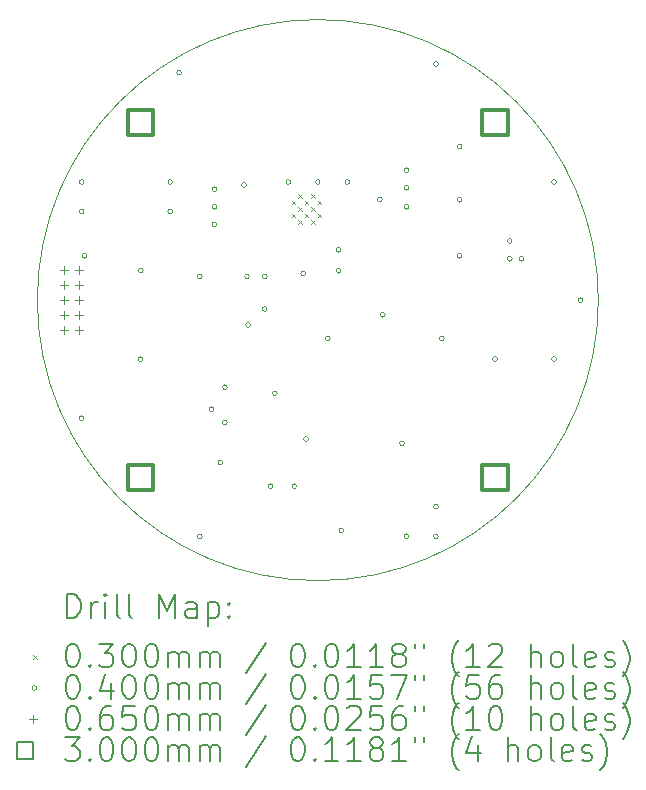
<source format=gbr>
%TF.GenerationSoftware,KiCad,Pcbnew,6.0.11-2627ca5db0~126~ubuntu22.04.1*%
%TF.CreationDate,2023-12-08T19:13:38-08:00*%
%TF.ProjectId,compact-probe,636f6d70-6163-4742-9d70-726f62652e6b,rev?*%
%TF.SameCoordinates,Original*%
%TF.FileFunction,Drillmap*%
%TF.FilePolarity,Positive*%
%FSLAX45Y45*%
G04 Gerber Fmt 4.5, Leading zero omitted, Abs format (unit mm)*
G04 Created by KiCad (PCBNEW 6.0.11-2627ca5db0~126~ubuntu22.04.1) date 2023-12-08 19:13:38*
%MOMM*%
%LPD*%
G01*
G04 APERTURE LIST*
%ADD10C,0.100000*%
%ADD11C,0.200000*%
%ADD12C,0.030000*%
%ADD13C,0.040000*%
%ADD14C,0.065000*%
%ADD15C,0.300000*%
G04 APERTURE END LIST*
D10*
X2375000Y0D02*
G75*
G03*
X2375000Y0I-2375000J0D01*
G01*
D11*
D12*
X-221000Y840000D02*
X-191000Y810000D01*
X-191000Y840000D02*
X-221000Y810000D01*
X-221000Y730000D02*
X-191000Y700000D01*
X-191000Y730000D02*
X-221000Y700000D01*
X-166000Y895000D02*
X-136000Y865000D01*
X-136000Y895000D02*
X-166000Y865000D01*
X-166000Y785000D02*
X-136000Y755000D01*
X-136000Y785000D02*
X-166000Y755000D01*
X-166000Y675000D02*
X-136000Y645000D01*
X-136000Y675000D02*
X-166000Y645000D01*
X-111000Y840000D02*
X-81000Y810000D01*
X-81000Y840000D02*
X-111000Y810000D01*
X-111000Y730000D02*
X-81000Y700000D01*
X-81000Y730000D02*
X-111000Y700000D01*
X-56000Y895000D02*
X-26000Y865000D01*
X-26000Y895000D02*
X-56000Y865000D01*
X-56000Y785000D02*
X-26000Y755000D01*
X-26000Y785000D02*
X-56000Y755000D01*
X-56000Y675000D02*
X-26000Y645000D01*
X-26000Y675000D02*
X-56000Y645000D01*
X-1000Y840000D02*
X29000Y810000D01*
X29000Y840000D02*
X-1000Y810000D01*
X-1000Y730000D02*
X29000Y700000D01*
X29000Y730000D02*
X-1000Y700000D01*
D13*
X-1980000Y1000000D02*
G75*
G03*
X-1980000Y1000000I-20000J0D01*
G01*
X-1980000Y750000D02*
G75*
G03*
X-1980000Y750000I-20000J0D01*
G01*
X-1980000Y-1000000D02*
G75*
G03*
X-1980000Y-1000000I-20000J0D01*
G01*
X-1955000Y375000D02*
G75*
G03*
X-1955000Y375000I-20000J0D01*
G01*
X-1480000Y250000D02*
G75*
G03*
X-1480000Y250000I-20000J0D01*
G01*
X-1480000Y-500000D02*
G75*
G03*
X-1480000Y-500000I-20000J0D01*
G01*
X-1230000Y1000000D02*
G75*
G03*
X-1230000Y1000000I-20000J0D01*
G01*
X-1230000Y750000D02*
G75*
G03*
X-1230000Y750000I-20000J0D01*
G01*
X-1155000Y1925000D02*
G75*
G03*
X-1155000Y1925000I-20000J0D01*
G01*
X-980000Y200000D02*
G75*
G03*
X-980000Y200000I-20000J0D01*
G01*
X-980000Y-2000000D02*
G75*
G03*
X-980000Y-2000000I-20000J0D01*
G01*
X-880000Y-925000D02*
G75*
G03*
X-880000Y-925000I-20000J0D01*
G01*
X-855000Y940000D02*
G75*
G03*
X-855000Y940000I-20000J0D01*
G01*
X-855000Y790000D02*
G75*
G03*
X-855000Y790000I-20000J0D01*
G01*
X-855000Y640000D02*
G75*
G03*
X-855000Y640000I-20000J0D01*
G01*
X-805000Y-1375000D02*
G75*
G03*
X-805000Y-1375000I-20000J0D01*
G01*
X-767500Y-737500D02*
G75*
G03*
X-767500Y-737500I-20000J0D01*
G01*
X-767500Y-1037500D02*
G75*
G03*
X-767500Y-1037500I-20000J0D01*
G01*
X-605000Y975000D02*
G75*
G03*
X-605000Y975000I-20000J0D01*
G01*
X-580000Y200000D02*
G75*
G03*
X-580000Y200000I-20000J0D01*
G01*
X-569806Y-210194D02*
G75*
G03*
X-569806Y-210194I-20000J0D01*
G01*
X-430000Y200000D02*
G75*
G03*
X-430000Y200000I-20000J0D01*
G01*
X-430000Y-75000D02*
G75*
G03*
X-430000Y-75000I-20000J0D01*
G01*
X-380000Y-1575000D02*
G75*
G03*
X-380000Y-1575000I-20000J0D01*
G01*
X-343500Y-788500D02*
G75*
G03*
X-343500Y-788500I-20000J0D01*
G01*
X-230000Y1000000D02*
G75*
G03*
X-230000Y1000000I-20000J0D01*
G01*
X-180000Y-1575000D02*
G75*
G03*
X-180000Y-1575000I-20000J0D01*
G01*
X-105000Y225000D02*
G75*
G03*
X-105000Y225000I-20000J0D01*
G01*
X-80000Y-1175000D02*
G75*
G03*
X-80000Y-1175000I-20000J0D01*
G01*
X20000Y1000000D02*
G75*
G03*
X20000Y1000000I-20000J0D01*
G01*
X105000Y-325000D02*
G75*
G03*
X105000Y-325000I-20000J0D01*
G01*
X195000Y425000D02*
G75*
G03*
X195000Y425000I-20000J0D01*
G01*
X196230Y248770D02*
G75*
G03*
X196230Y248770I-20000J0D01*
G01*
X220000Y-1950000D02*
G75*
G03*
X220000Y-1950000I-20000J0D01*
G01*
X270000Y1000000D02*
G75*
G03*
X270000Y1000000I-20000J0D01*
G01*
X545000Y850000D02*
G75*
G03*
X545000Y850000I-20000J0D01*
G01*
X570000Y-125000D02*
G75*
G03*
X570000Y-125000I-20000J0D01*
G01*
X732500Y-1212500D02*
G75*
G03*
X732500Y-1212500I-20000J0D01*
G01*
X770000Y1100000D02*
G75*
G03*
X770000Y1100000I-20000J0D01*
G01*
X770000Y950000D02*
G75*
G03*
X770000Y950000I-20000J0D01*
G01*
X770000Y790000D02*
G75*
G03*
X770000Y790000I-20000J0D01*
G01*
X770000Y-2000000D02*
G75*
G03*
X770000Y-2000000I-20000J0D01*
G01*
X1020000Y2000000D02*
G75*
G03*
X1020000Y2000000I-20000J0D01*
G01*
X1020000Y-1750000D02*
G75*
G03*
X1020000Y-1750000I-20000J0D01*
G01*
X1020000Y-2000000D02*
G75*
G03*
X1020000Y-2000000I-20000J0D01*
G01*
X1070000Y-325000D02*
G75*
G03*
X1070000Y-325000I-20000J0D01*
G01*
X1220000Y1300000D02*
G75*
G03*
X1220000Y1300000I-20000J0D01*
G01*
X1220000Y850000D02*
G75*
G03*
X1220000Y850000I-20000J0D01*
G01*
X1220000Y375000D02*
G75*
G03*
X1220000Y375000I-20000J0D01*
G01*
X1520000Y-500000D02*
G75*
G03*
X1520000Y-500000I-20000J0D01*
G01*
X1645000Y500000D02*
G75*
G03*
X1645000Y500000I-20000J0D01*
G01*
X1645000Y350000D02*
G75*
G03*
X1645000Y350000I-20000J0D01*
G01*
X1745000Y350000D02*
G75*
G03*
X1745000Y350000I-20000J0D01*
G01*
X2020000Y1000000D02*
G75*
G03*
X2020000Y1000000I-20000J0D01*
G01*
X2020000Y-500000D02*
G75*
G03*
X2020000Y-500000I-20000J0D01*
G01*
X2245000Y0D02*
G75*
G03*
X2245000Y0I-20000J0D01*
G01*
D14*
X-2150000Y287500D02*
X-2150000Y222500D01*
X-2182500Y255000D02*
X-2117500Y255000D01*
X-2150000Y160500D02*
X-2150000Y95500D01*
X-2182500Y128000D02*
X-2117500Y128000D01*
X-2150000Y33500D02*
X-2150000Y-31500D01*
X-2182500Y1000D02*
X-2117500Y1000D01*
X-2150000Y-93500D02*
X-2150000Y-158500D01*
X-2182500Y-126000D02*
X-2117500Y-126000D01*
X-2150000Y-220500D02*
X-2150000Y-285500D01*
X-2182500Y-253000D02*
X-2117500Y-253000D01*
X-2023000Y287500D02*
X-2023000Y222500D01*
X-2055500Y255000D02*
X-1990500Y255000D01*
X-2023000Y160500D02*
X-2023000Y95500D01*
X-2055500Y128000D02*
X-1990500Y128000D01*
X-2023000Y33500D02*
X-2023000Y-31500D01*
X-2055500Y1000D02*
X-1990500Y1000D01*
X-2023000Y-93500D02*
X-2023000Y-158500D01*
X-2055500Y-126000D02*
X-1990500Y-126000D01*
X-2023000Y-220500D02*
X-2023000Y-285500D01*
X-2055500Y-253000D02*
X-1990500Y-253000D01*
D15*
X-1393933Y1393933D02*
X-1393933Y1606067D01*
X-1606067Y1606067D01*
X-1606067Y1393933D01*
X-1393933Y1393933D01*
X-1393933Y-1606067D02*
X-1393933Y-1393933D01*
X-1606067Y-1393933D01*
X-1606067Y-1606067D01*
X-1393933Y-1606067D01*
X1606067Y1393933D02*
X1606067Y1606067D01*
X1393933Y1606067D01*
X1393933Y1393933D01*
X1606067Y1393933D01*
X1606067Y-1606067D02*
X1606067Y-1393933D01*
X1393933Y-1393933D01*
X1393933Y-1606067D01*
X1606067Y-1606067D01*
D11*
X-2122381Y-2690476D02*
X-2122381Y-2490476D01*
X-2074762Y-2490476D01*
X-2046190Y-2500000D01*
X-2027143Y-2519048D01*
X-2017619Y-2538095D01*
X-2008095Y-2576190D01*
X-2008095Y-2604762D01*
X-2017619Y-2642857D01*
X-2027143Y-2661905D01*
X-2046190Y-2680952D01*
X-2074762Y-2690476D01*
X-2122381Y-2690476D01*
X-1922381Y-2690476D02*
X-1922381Y-2557143D01*
X-1922381Y-2595238D02*
X-1912857Y-2576190D01*
X-1903333Y-2566667D01*
X-1884286Y-2557143D01*
X-1865238Y-2557143D01*
X-1798571Y-2690476D02*
X-1798571Y-2557143D01*
X-1798571Y-2490476D02*
X-1808095Y-2500000D01*
X-1798571Y-2509524D01*
X-1789048Y-2500000D01*
X-1798571Y-2490476D01*
X-1798571Y-2509524D01*
X-1674762Y-2690476D02*
X-1693809Y-2680952D01*
X-1703333Y-2661905D01*
X-1703333Y-2490476D01*
X-1570000Y-2690476D02*
X-1589048Y-2680952D01*
X-1598571Y-2661905D01*
X-1598571Y-2490476D01*
X-1341429Y-2690476D02*
X-1341429Y-2490476D01*
X-1274762Y-2633333D01*
X-1208095Y-2490476D01*
X-1208095Y-2690476D01*
X-1027143Y-2690476D02*
X-1027143Y-2585714D01*
X-1036667Y-2566667D01*
X-1055714Y-2557143D01*
X-1093810Y-2557143D01*
X-1112857Y-2566667D01*
X-1027143Y-2680952D02*
X-1046190Y-2690476D01*
X-1093810Y-2690476D01*
X-1112857Y-2680952D01*
X-1122381Y-2661905D01*
X-1122381Y-2642857D01*
X-1112857Y-2623810D01*
X-1093810Y-2614286D01*
X-1046190Y-2614286D01*
X-1027143Y-2604762D01*
X-931905Y-2557143D02*
X-931905Y-2757143D01*
X-931905Y-2566667D02*
X-912857Y-2557143D01*
X-874762Y-2557143D01*
X-855714Y-2566667D01*
X-846190Y-2576190D01*
X-836667Y-2595238D01*
X-836667Y-2652381D01*
X-846190Y-2671429D01*
X-855714Y-2680952D01*
X-874762Y-2690476D01*
X-912857Y-2690476D01*
X-931905Y-2680952D01*
X-750952Y-2671429D02*
X-741428Y-2680952D01*
X-750952Y-2690476D01*
X-760476Y-2680952D01*
X-750952Y-2671429D01*
X-750952Y-2690476D01*
X-750952Y-2566667D02*
X-741428Y-2576190D01*
X-750952Y-2585714D01*
X-760476Y-2576190D01*
X-750952Y-2566667D01*
X-750952Y-2585714D01*
D12*
X-2410000Y-3005000D02*
X-2380000Y-3035000D01*
X-2380000Y-3005000D02*
X-2410000Y-3035000D01*
D11*
X-2084286Y-2910476D02*
X-2065238Y-2910476D01*
X-2046190Y-2920000D01*
X-2036667Y-2929524D01*
X-2027143Y-2948571D01*
X-2017619Y-2986667D01*
X-2017619Y-3034286D01*
X-2027143Y-3072381D01*
X-2036667Y-3091428D01*
X-2046190Y-3100952D01*
X-2065238Y-3110476D01*
X-2084286Y-3110476D01*
X-2103333Y-3100952D01*
X-2112857Y-3091428D01*
X-2122381Y-3072381D01*
X-2131905Y-3034286D01*
X-2131905Y-2986667D01*
X-2122381Y-2948571D01*
X-2112857Y-2929524D01*
X-2103333Y-2920000D01*
X-2084286Y-2910476D01*
X-1931905Y-3091428D02*
X-1922381Y-3100952D01*
X-1931905Y-3110476D01*
X-1941428Y-3100952D01*
X-1931905Y-3091428D01*
X-1931905Y-3110476D01*
X-1855714Y-2910476D02*
X-1731905Y-2910476D01*
X-1798571Y-2986667D01*
X-1770000Y-2986667D01*
X-1750952Y-2996190D01*
X-1741428Y-3005714D01*
X-1731905Y-3024762D01*
X-1731905Y-3072381D01*
X-1741428Y-3091428D01*
X-1750952Y-3100952D01*
X-1770000Y-3110476D01*
X-1827143Y-3110476D01*
X-1846190Y-3100952D01*
X-1855714Y-3091428D01*
X-1608095Y-2910476D02*
X-1589048Y-2910476D01*
X-1570000Y-2920000D01*
X-1560476Y-2929524D01*
X-1550952Y-2948571D01*
X-1541428Y-2986667D01*
X-1541428Y-3034286D01*
X-1550952Y-3072381D01*
X-1560476Y-3091428D01*
X-1570000Y-3100952D01*
X-1589048Y-3110476D01*
X-1608095Y-3110476D01*
X-1627143Y-3100952D01*
X-1636667Y-3091428D01*
X-1646190Y-3072381D01*
X-1655714Y-3034286D01*
X-1655714Y-2986667D01*
X-1646190Y-2948571D01*
X-1636667Y-2929524D01*
X-1627143Y-2920000D01*
X-1608095Y-2910476D01*
X-1417619Y-2910476D02*
X-1398571Y-2910476D01*
X-1379524Y-2920000D01*
X-1370000Y-2929524D01*
X-1360476Y-2948571D01*
X-1350952Y-2986667D01*
X-1350952Y-3034286D01*
X-1360476Y-3072381D01*
X-1370000Y-3091428D01*
X-1379524Y-3100952D01*
X-1398571Y-3110476D01*
X-1417619Y-3110476D01*
X-1436667Y-3100952D01*
X-1446190Y-3091428D01*
X-1455714Y-3072381D01*
X-1465238Y-3034286D01*
X-1465238Y-2986667D01*
X-1455714Y-2948571D01*
X-1446190Y-2929524D01*
X-1436667Y-2920000D01*
X-1417619Y-2910476D01*
X-1265238Y-3110476D02*
X-1265238Y-2977143D01*
X-1265238Y-2996190D02*
X-1255714Y-2986667D01*
X-1236667Y-2977143D01*
X-1208095Y-2977143D01*
X-1189048Y-2986667D01*
X-1179524Y-3005714D01*
X-1179524Y-3110476D01*
X-1179524Y-3005714D02*
X-1170000Y-2986667D01*
X-1150952Y-2977143D01*
X-1122381Y-2977143D01*
X-1103333Y-2986667D01*
X-1093810Y-3005714D01*
X-1093810Y-3110476D01*
X-998571Y-3110476D02*
X-998571Y-2977143D01*
X-998571Y-2996190D02*
X-989048Y-2986667D01*
X-970000Y-2977143D01*
X-941428Y-2977143D01*
X-922381Y-2986667D01*
X-912857Y-3005714D01*
X-912857Y-3110476D01*
X-912857Y-3005714D02*
X-903333Y-2986667D01*
X-884286Y-2977143D01*
X-855714Y-2977143D01*
X-836667Y-2986667D01*
X-827143Y-3005714D01*
X-827143Y-3110476D01*
X-436667Y-2900952D02*
X-608095Y-3158095D01*
X-179524Y-2910476D02*
X-160476Y-2910476D01*
X-141429Y-2920000D01*
X-131905Y-2929524D01*
X-122381Y-2948571D01*
X-112857Y-2986667D01*
X-112857Y-3034286D01*
X-122381Y-3072381D01*
X-131905Y-3091428D01*
X-141429Y-3100952D01*
X-160476Y-3110476D01*
X-179524Y-3110476D01*
X-198571Y-3100952D01*
X-208095Y-3091428D01*
X-217619Y-3072381D01*
X-227143Y-3034286D01*
X-227143Y-2986667D01*
X-217619Y-2948571D01*
X-208095Y-2929524D01*
X-198571Y-2920000D01*
X-179524Y-2910476D01*
X-27143Y-3091428D02*
X-17619Y-3100952D01*
X-27143Y-3110476D01*
X-36667Y-3100952D01*
X-27143Y-3091428D01*
X-27143Y-3110476D01*
X106190Y-2910476D02*
X125238Y-2910476D01*
X144286Y-2920000D01*
X153810Y-2929524D01*
X163333Y-2948571D01*
X172857Y-2986667D01*
X172857Y-3034286D01*
X163333Y-3072381D01*
X153810Y-3091428D01*
X144286Y-3100952D01*
X125238Y-3110476D01*
X106190Y-3110476D01*
X87143Y-3100952D01*
X77619Y-3091428D01*
X68095Y-3072381D01*
X58571Y-3034286D01*
X58571Y-2986667D01*
X68095Y-2948571D01*
X77619Y-2929524D01*
X87143Y-2920000D01*
X106190Y-2910476D01*
X363333Y-3110476D02*
X249048Y-3110476D01*
X306190Y-3110476D02*
X306190Y-2910476D01*
X287143Y-2939048D01*
X268095Y-2958095D01*
X249048Y-2967619D01*
X553810Y-3110476D02*
X439524Y-3110476D01*
X496667Y-3110476D02*
X496667Y-2910476D01*
X477619Y-2939048D01*
X458571Y-2958095D01*
X439524Y-2967619D01*
X668095Y-2996190D02*
X649048Y-2986667D01*
X639524Y-2977143D01*
X630000Y-2958095D01*
X630000Y-2948571D01*
X639524Y-2929524D01*
X649048Y-2920000D01*
X668095Y-2910476D01*
X706190Y-2910476D01*
X725238Y-2920000D01*
X734762Y-2929524D01*
X744286Y-2948571D01*
X744286Y-2958095D01*
X734762Y-2977143D01*
X725238Y-2986667D01*
X706190Y-2996190D01*
X668095Y-2996190D01*
X649048Y-3005714D01*
X639524Y-3015238D01*
X630000Y-3034286D01*
X630000Y-3072381D01*
X639524Y-3091428D01*
X649048Y-3100952D01*
X668095Y-3110476D01*
X706190Y-3110476D01*
X725238Y-3100952D01*
X734762Y-3091428D01*
X744286Y-3072381D01*
X744286Y-3034286D01*
X734762Y-3015238D01*
X725238Y-3005714D01*
X706190Y-2996190D01*
X820476Y-2910476D02*
X820476Y-2948571D01*
X896667Y-2910476D02*
X896667Y-2948571D01*
X1191905Y-3186667D02*
X1182381Y-3177143D01*
X1163333Y-3148571D01*
X1153810Y-3129524D01*
X1144286Y-3100952D01*
X1134762Y-3053333D01*
X1134762Y-3015238D01*
X1144286Y-2967619D01*
X1153810Y-2939048D01*
X1163333Y-2920000D01*
X1182381Y-2891428D01*
X1191905Y-2881905D01*
X1372857Y-3110476D02*
X1258571Y-3110476D01*
X1315714Y-3110476D02*
X1315714Y-2910476D01*
X1296667Y-2939048D01*
X1277619Y-2958095D01*
X1258571Y-2967619D01*
X1449048Y-2929524D02*
X1458571Y-2920000D01*
X1477619Y-2910476D01*
X1525238Y-2910476D01*
X1544286Y-2920000D01*
X1553809Y-2929524D01*
X1563333Y-2948571D01*
X1563333Y-2967619D01*
X1553809Y-2996190D01*
X1439524Y-3110476D01*
X1563333Y-3110476D01*
X1801428Y-3110476D02*
X1801428Y-2910476D01*
X1887143Y-3110476D02*
X1887143Y-3005714D01*
X1877619Y-2986667D01*
X1858571Y-2977143D01*
X1830000Y-2977143D01*
X1810952Y-2986667D01*
X1801428Y-2996190D01*
X2010952Y-3110476D02*
X1991905Y-3100952D01*
X1982381Y-3091428D01*
X1972857Y-3072381D01*
X1972857Y-3015238D01*
X1982381Y-2996190D01*
X1991905Y-2986667D01*
X2010952Y-2977143D01*
X2039524Y-2977143D01*
X2058571Y-2986667D01*
X2068095Y-2996190D01*
X2077619Y-3015238D01*
X2077619Y-3072381D01*
X2068095Y-3091428D01*
X2058571Y-3100952D01*
X2039524Y-3110476D01*
X2010952Y-3110476D01*
X2191905Y-3110476D02*
X2172857Y-3100952D01*
X2163333Y-3081905D01*
X2163333Y-2910476D01*
X2344286Y-3100952D02*
X2325238Y-3110476D01*
X2287143Y-3110476D01*
X2268095Y-3100952D01*
X2258571Y-3081905D01*
X2258571Y-3005714D01*
X2268095Y-2986667D01*
X2287143Y-2977143D01*
X2325238Y-2977143D01*
X2344286Y-2986667D01*
X2353810Y-3005714D01*
X2353810Y-3024762D01*
X2258571Y-3043809D01*
X2430000Y-3100952D02*
X2449048Y-3110476D01*
X2487143Y-3110476D01*
X2506190Y-3100952D01*
X2515714Y-3081905D01*
X2515714Y-3072381D01*
X2506190Y-3053333D01*
X2487143Y-3043809D01*
X2458571Y-3043809D01*
X2439524Y-3034286D01*
X2430000Y-3015238D01*
X2430000Y-3005714D01*
X2439524Y-2986667D01*
X2458571Y-2977143D01*
X2487143Y-2977143D01*
X2506190Y-2986667D01*
X2582381Y-3186667D02*
X2591905Y-3177143D01*
X2610952Y-3148571D01*
X2620476Y-3129524D01*
X2630000Y-3100952D01*
X2639524Y-3053333D01*
X2639524Y-3015238D01*
X2630000Y-2967619D01*
X2620476Y-2939048D01*
X2610952Y-2920000D01*
X2591905Y-2891428D01*
X2582381Y-2881905D01*
D13*
X-2380000Y-3284000D02*
G75*
G03*
X-2380000Y-3284000I-20000J0D01*
G01*
D11*
X-2084286Y-3174476D02*
X-2065238Y-3174476D01*
X-2046190Y-3184000D01*
X-2036667Y-3193524D01*
X-2027143Y-3212571D01*
X-2017619Y-3250667D01*
X-2017619Y-3298286D01*
X-2027143Y-3336381D01*
X-2036667Y-3355428D01*
X-2046190Y-3364952D01*
X-2065238Y-3374476D01*
X-2084286Y-3374476D01*
X-2103333Y-3364952D01*
X-2112857Y-3355428D01*
X-2122381Y-3336381D01*
X-2131905Y-3298286D01*
X-2131905Y-3250667D01*
X-2122381Y-3212571D01*
X-2112857Y-3193524D01*
X-2103333Y-3184000D01*
X-2084286Y-3174476D01*
X-1931905Y-3355428D02*
X-1922381Y-3364952D01*
X-1931905Y-3374476D01*
X-1941428Y-3364952D01*
X-1931905Y-3355428D01*
X-1931905Y-3374476D01*
X-1750952Y-3241143D02*
X-1750952Y-3374476D01*
X-1798571Y-3164952D02*
X-1846190Y-3307809D01*
X-1722381Y-3307809D01*
X-1608095Y-3174476D02*
X-1589048Y-3174476D01*
X-1570000Y-3184000D01*
X-1560476Y-3193524D01*
X-1550952Y-3212571D01*
X-1541428Y-3250667D01*
X-1541428Y-3298286D01*
X-1550952Y-3336381D01*
X-1560476Y-3355428D01*
X-1570000Y-3364952D01*
X-1589048Y-3374476D01*
X-1608095Y-3374476D01*
X-1627143Y-3364952D01*
X-1636667Y-3355428D01*
X-1646190Y-3336381D01*
X-1655714Y-3298286D01*
X-1655714Y-3250667D01*
X-1646190Y-3212571D01*
X-1636667Y-3193524D01*
X-1627143Y-3184000D01*
X-1608095Y-3174476D01*
X-1417619Y-3174476D02*
X-1398571Y-3174476D01*
X-1379524Y-3184000D01*
X-1370000Y-3193524D01*
X-1360476Y-3212571D01*
X-1350952Y-3250667D01*
X-1350952Y-3298286D01*
X-1360476Y-3336381D01*
X-1370000Y-3355428D01*
X-1379524Y-3364952D01*
X-1398571Y-3374476D01*
X-1417619Y-3374476D01*
X-1436667Y-3364952D01*
X-1446190Y-3355428D01*
X-1455714Y-3336381D01*
X-1465238Y-3298286D01*
X-1465238Y-3250667D01*
X-1455714Y-3212571D01*
X-1446190Y-3193524D01*
X-1436667Y-3184000D01*
X-1417619Y-3174476D01*
X-1265238Y-3374476D02*
X-1265238Y-3241143D01*
X-1265238Y-3260190D02*
X-1255714Y-3250667D01*
X-1236667Y-3241143D01*
X-1208095Y-3241143D01*
X-1189048Y-3250667D01*
X-1179524Y-3269714D01*
X-1179524Y-3374476D01*
X-1179524Y-3269714D02*
X-1170000Y-3250667D01*
X-1150952Y-3241143D01*
X-1122381Y-3241143D01*
X-1103333Y-3250667D01*
X-1093810Y-3269714D01*
X-1093810Y-3374476D01*
X-998571Y-3374476D02*
X-998571Y-3241143D01*
X-998571Y-3260190D02*
X-989048Y-3250667D01*
X-970000Y-3241143D01*
X-941428Y-3241143D01*
X-922381Y-3250667D01*
X-912857Y-3269714D01*
X-912857Y-3374476D01*
X-912857Y-3269714D02*
X-903333Y-3250667D01*
X-884286Y-3241143D01*
X-855714Y-3241143D01*
X-836667Y-3250667D01*
X-827143Y-3269714D01*
X-827143Y-3374476D01*
X-436667Y-3164952D02*
X-608095Y-3422095D01*
X-179524Y-3174476D02*
X-160476Y-3174476D01*
X-141429Y-3184000D01*
X-131905Y-3193524D01*
X-122381Y-3212571D01*
X-112857Y-3250667D01*
X-112857Y-3298286D01*
X-122381Y-3336381D01*
X-131905Y-3355428D01*
X-141429Y-3364952D01*
X-160476Y-3374476D01*
X-179524Y-3374476D01*
X-198571Y-3364952D01*
X-208095Y-3355428D01*
X-217619Y-3336381D01*
X-227143Y-3298286D01*
X-227143Y-3250667D01*
X-217619Y-3212571D01*
X-208095Y-3193524D01*
X-198571Y-3184000D01*
X-179524Y-3174476D01*
X-27143Y-3355428D02*
X-17619Y-3364952D01*
X-27143Y-3374476D01*
X-36667Y-3364952D01*
X-27143Y-3355428D01*
X-27143Y-3374476D01*
X106190Y-3174476D02*
X125238Y-3174476D01*
X144286Y-3184000D01*
X153810Y-3193524D01*
X163333Y-3212571D01*
X172857Y-3250667D01*
X172857Y-3298286D01*
X163333Y-3336381D01*
X153810Y-3355428D01*
X144286Y-3364952D01*
X125238Y-3374476D01*
X106190Y-3374476D01*
X87143Y-3364952D01*
X77619Y-3355428D01*
X68095Y-3336381D01*
X58571Y-3298286D01*
X58571Y-3250667D01*
X68095Y-3212571D01*
X77619Y-3193524D01*
X87143Y-3184000D01*
X106190Y-3174476D01*
X363333Y-3374476D02*
X249048Y-3374476D01*
X306190Y-3374476D02*
X306190Y-3174476D01*
X287143Y-3203048D01*
X268095Y-3222095D01*
X249048Y-3231619D01*
X544286Y-3174476D02*
X449048Y-3174476D01*
X439524Y-3269714D01*
X449048Y-3260190D01*
X468095Y-3250667D01*
X515714Y-3250667D01*
X534762Y-3260190D01*
X544286Y-3269714D01*
X553810Y-3288762D01*
X553810Y-3336381D01*
X544286Y-3355428D01*
X534762Y-3364952D01*
X515714Y-3374476D01*
X468095Y-3374476D01*
X449048Y-3364952D01*
X439524Y-3355428D01*
X620476Y-3174476D02*
X753809Y-3174476D01*
X668095Y-3374476D01*
X820476Y-3174476D02*
X820476Y-3212571D01*
X896667Y-3174476D02*
X896667Y-3212571D01*
X1191905Y-3450667D02*
X1182381Y-3441143D01*
X1163333Y-3412571D01*
X1153810Y-3393524D01*
X1144286Y-3364952D01*
X1134762Y-3317333D01*
X1134762Y-3279238D01*
X1144286Y-3231619D01*
X1153810Y-3203048D01*
X1163333Y-3184000D01*
X1182381Y-3155428D01*
X1191905Y-3145905D01*
X1363333Y-3174476D02*
X1268095Y-3174476D01*
X1258571Y-3269714D01*
X1268095Y-3260190D01*
X1287143Y-3250667D01*
X1334762Y-3250667D01*
X1353810Y-3260190D01*
X1363333Y-3269714D01*
X1372857Y-3288762D01*
X1372857Y-3336381D01*
X1363333Y-3355428D01*
X1353810Y-3364952D01*
X1334762Y-3374476D01*
X1287143Y-3374476D01*
X1268095Y-3364952D01*
X1258571Y-3355428D01*
X1544286Y-3174476D02*
X1506190Y-3174476D01*
X1487143Y-3184000D01*
X1477619Y-3193524D01*
X1458571Y-3222095D01*
X1449048Y-3260190D01*
X1449048Y-3336381D01*
X1458571Y-3355428D01*
X1468095Y-3364952D01*
X1487143Y-3374476D01*
X1525238Y-3374476D01*
X1544286Y-3364952D01*
X1553809Y-3355428D01*
X1563333Y-3336381D01*
X1563333Y-3288762D01*
X1553809Y-3269714D01*
X1544286Y-3260190D01*
X1525238Y-3250667D01*
X1487143Y-3250667D01*
X1468095Y-3260190D01*
X1458571Y-3269714D01*
X1449048Y-3288762D01*
X1801428Y-3374476D02*
X1801428Y-3174476D01*
X1887143Y-3374476D02*
X1887143Y-3269714D01*
X1877619Y-3250667D01*
X1858571Y-3241143D01*
X1830000Y-3241143D01*
X1810952Y-3250667D01*
X1801428Y-3260190D01*
X2010952Y-3374476D02*
X1991905Y-3364952D01*
X1982381Y-3355428D01*
X1972857Y-3336381D01*
X1972857Y-3279238D01*
X1982381Y-3260190D01*
X1991905Y-3250667D01*
X2010952Y-3241143D01*
X2039524Y-3241143D01*
X2058571Y-3250667D01*
X2068095Y-3260190D01*
X2077619Y-3279238D01*
X2077619Y-3336381D01*
X2068095Y-3355428D01*
X2058571Y-3364952D01*
X2039524Y-3374476D01*
X2010952Y-3374476D01*
X2191905Y-3374476D02*
X2172857Y-3364952D01*
X2163333Y-3345905D01*
X2163333Y-3174476D01*
X2344286Y-3364952D02*
X2325238Y-3374476D01*
X2287143Y-3374476D01*
X2268095Y-3364952D01*
X2258571Y-3345905D01*
X2258571Y-3269714D01*
X2268095Y-3250667D01*
X2287143Y-3241143D01*
X2325238Y-3241143D01*
X2344286Y-3250667D01*
X2353810Y-3269714D01*
X2353810Y-3288762D01*
X2258571Y-3307809D01*
X2430000Y-3364952D02*
X2449048Y-3374476D01*
X2487143Y-3374476D01*
X2506190Y-3364952D01*
X2515714Y-3345905D01*
X2515714Y-3336381D01*
X2506190Y-3317333D01*
X2487143Y-3307809D01*
X2458571Y-3307809D01*
X2439524Y-3298286D01*
X2430000Y-3279238D01*
X2430000Y-3269714D01*
X2439524Y-3250667D01*
X2458571Y-3241143D01*
X2487143Y-3241143D01*
X2506190Y-3250667D01*
X2582381Y-3450667D02*
X2591905Y-3441143D01*
X2610952Y-3412571D01*
X2620476Y-3393524D01*
X2630000Y-3364952D01*
X2639524Y-3317333D01*
X2639524Y-3279238D01*
X2630000Y-3231619D01*
X2620476Y-3203048D01*
X2610952Y-3184000D01*
X2591905Y-3155428D01*
X2582381Y-3145905D01*
D14*
X-2412500Y-3515500D02*
X-2412500Y-3580500D01*
X-2445000Y-3548000D02*
X-2380000Y-3548000D01*
D11*
X-2084286Y-3438476D02*
X-2065238Y-3438476D01*
X-2046190Y-3448000D01*
X-2036667Y-3457524D01*
X-2027143Y-3476571D01*
X-2017619Y-3514667D01*
X-2017619Y-3562286D01*
X-2027143Y-3600381D01*
X-2036667Y-3619428D01*
X-2046190Y-3628952D01*
X-2065238Y-3638476D01*
X-2084286Y-3638476D01*
X-2103333Y-3628952D01*
X-2112857Y-3619428D01*
X-2122381Y-3600381D01*
X-2131905Y-3562286D01*
X-2131905Y-3514667D01*
X-2122381Y-3476571D01*
X-2112857Y-3457524D01*
X-2103333Y-3448000D01*
X-2084286Y-3438476D01*
X-1931905Y-3619428D02*
X-1922381Y-3628952D01*
X-1931905Y-3638476D01*
X-1941428Y-3628952D01*
X-1931905Y-3619428D01*
X-1931905Y-3638476D01*
X-1750952Y-3438476D02*
X-1789048Y-3438476D01*
X-1808095Y-3448000D01*
X-1817619Y-3457524D01*
X-1836667Y-3486095D01*
X-1846190Y-3524190D01*
X-1846190Y-3600381D01*
X-1836667Y-3619428D01*
X-1827143Y-3628952D01*
X-1808095Y-3638476D01*
X-1770000Y-3638476D01*
X-1750952Y-3628952D01*
X-1741428Y-3619428D01*
X-1731905Y-3600381D01*
X-1731905Y-3552762D01*
X-1741428Y-3533714D01*
X-1750952Y-3524190D01*
X-1770000Y-3514667D01*
X-1808095Y-3514667D01*
X-1827143Y-3524190D01*
X-1836667Y-3533714D01*
X-1846190Y-3552762D01*
X-1550952Y-3438476D02*
X-1646190Y-3438476D01*
X-1655714Y-3533714D01*
X-1646190Y-3524190D01*
X-1627143Y-3514667D01*
X-1579524Y-3514667D01*
X-1560476Y-3524190D01*
X-1550952Y-3533714D01*
X-1541428Y-3552762D01*
X-1541428Y-3600381D01*
X-1550952Y-3619428D01*
X-1560476Y-3628952D01*
X-1579524Y-3638476D01*
X-1627143Y-3638476D01*
X-1646190Y-3628952D01*
X-1655714Y-3619428D01*
X-1417619Y-3438476D02*
X-1398571Y-3438476D01*
X-1379524Y-3448000D01*
X-1370000Y-3457524D01*
X-1360476Y-3476571D01*
X-1350952Y-3514667D01*
X-1350952Y-3562286D01*
X-1360476Y-3600381D01*
X-1370000Y-3619428D01*
X-1379524Y-3628952D01*
X-1398571Y-3638476D01*
X-1417619Y-3638476D01*
X-1436667Y-3628952D01*
X-1446190Y-3619428D01*
X-1455714Y-3600381D01*
X-1465238Y-3562286D01*
X-1465238Y-3514667D01*
X-1455714Y-3476571D01*
X-1446190Y-3457524D01*
X-1436667Y-3448000D01*
X-1417619Y-3438476D01*
X-1265238Y-3638476D02*
X-1265238Y-3505143D01*
X-1265238Y-3524190D02*
X-1255714Y-3514667D01*
X-1236667Y-3505143D01*
X-1208095Y-3505143D01*
X-1189048Y-3514667D01*
X-1179524Y-3533714D01*
X-1179524Y-3638476D01*
X-1179524Y-3533714D02*
X-1170000Y-3514667D01*
X-1150952Y-3505143D01*
X-1122381Y-3505143D01*
X-1103333Y-3514667D01*
X-1093810Y-3533714D01*
X-1093810Y-3638476D01*
X-998571Y-3638476D02*
X-998571Y-3505143D01*
X-998571Y-3524190D02*
X-989048Y-3514667D01*
X-970000Y-3505143D01*
X-941428Y-3505143D01*
X-922381Y-3514667D01*
X-912857Y-3533714D01*
X-912857Y-3638476D01*
X-912857Y-3533714D02*
X-903333Y-3514667D01*
X-884286Y-3505143D01*
X-855714Y-3505143D01*
X-836667Y-3514667D01*
X-827143Y-3533714D01*
X-827143Y-3638476D01*
X-436667Y-3428952D02*
X-608095Y-3686095D01*
X-179524Y-3438476D02*
X-160476Y-3438476D01*
X-141429Y-3448000D01*
X-131905Y-3457524D01*
X-122381Y-3476571D01*
X-112857Y-3514667D01*
X-112857Y-3562286D01*
X-122381Y-3600381D01*
X-131905Y-3619428D01*
X-141429Y-3628952D01*
X-160476Y-3638476D01*
X-179524Y-3638476D01*
X-198571Y-3628952D01*
X-208095Y-3619428D01*
X-217619Y-3600381D01*
X-227143Y-3562286D01*
X-227143Y-3514667D01*
X-217619Y-3476571D01*
X-208095Y-3457524D01*
X-198571Y-3448000D01*
X-179524Y-3438476D01*
X-27143Y-3619428D02*
X-17619Y-3628952D01*
X-27143Y-3638476D01*
X-36667Y-3628952D01*
X-27143Y-3619428D01*
X-27143Y-3638476D01*
X106190Y-3438476D02*
X125238Y-3438476D01*
X144286Y-3448000D01*
X153810Y-3457524D01*
X163333Y-3476571D01*
X172857Y-3514667D01*
X172857Y-3562286D01*
X163333Y-3600381D01*
X153810Y-3619428D01*
X144286Y-3628952D01*
X125238Y-3638476D01*
X106190Y-3638476D01*
X87143Y-3628952D01*
X77619Y-3619428D01*
X68095Y-3600381D01*
X58571Y-3562286D01*
X58571Y-3514667D01*
X68095Y-3476571D01*
X77619Y-3457524D01*
X87143Y-3448000D01*
X106190Y-3438476D01*
X249048Y-3457524D02*
X258571Y-3448000D01*
X277619Y-3438476D01*
X325238Y-3438476D01*
X344286Y-3448000D01*
X353809Y-3457524D01*
X363333Y-3476571D01*
X363333Y-3495619D01*
X353809Y-3524190D01*
X239524Y-3638476D01*
X363333Y-3638476D01*
X544286Y-3438476D02*
X449048Y-3438476D01*
X439524Y-3533714D01*
X449048Y-3524190D01*
X468095Y-3514667D01*
X515714Y-3514667D01*
X534762Y-3524190D01*
X544286Y-3533714D01*
X553810Y-3552762D01*
X553810Y-3600381D01*
X544286Y-3619428D01*
X534762Y-3628952D01*
X515714Y-3638476D01*
X468095Y-3638476D01*
X449048Y-3628952D01*
X439524Y-3619428D01*
X725238Y-3438476D02*
X687143Y-3438476D01*
X668095Y-3448000D01*
X658571Y-3457524D01*
X639524Y-3486095D01*
X630000Y-3524190D01*
X630000Y-3600381D01*
X639524Y-3619428D01*
X649048Y-3628952D01*
X668095Y-3638476D01*
X706190Y-3638476D01*
X725238Y-3628952D01*
X734762Y-3619428D01*
X744286Y-3600381D01*
X744286Y-3552762D01*
X734762Y-3533714D01*
X725238Y-3524190D01*
X706190Y-3514667D01*
X668095Y-3514667D01*
X649048Y-3524190D01*
X639524Y-3533714D01*
X630000Y-3552762D01*
X820476Y-3438476D02*
X820476Y-3476571D01*
X896667Y-3438476D02*
X896667Y-3476571D01*
X1191905Y-3714667D02*
X1182381Y-3705143D01*
X1163333Y-3676571D01*
X1153810Y-3657524D01*
X1144286Y-3628952D01*
X1134762Y-3581333D01*
X1134762Y-3543238D01*
X1144286Y-3495619D01*
X1153810Y-3467048D01*
X1163333Y-3448000D01*
X1182381Y-3419428D01*
X1191905Y-3409905D01*
X1372857Y-3638476D02*
X1258571Y-3638476D01*
X1315714Y-3638476D02*
X1315714Y-3438476D01*
X1296667Y-3467048D01*
X1277619Y-3486095D01*
X1258571Y-3495619D01*
X1496667Y-3438476D02*
X1515714Y-3438476D01*
X1534762Y-3448000D01*
X1544286Y-3457524D01*
X1553809Y-3476571D01*
X1563333Y-3514667D01*
X1563333Y-3562286D01*
X1553809Y-3600381D01*
X1544286Y-3619428D01*
X1534762Y-3628952D01*
X1515714Y-3638476D01*
X1496667Y-3638476D01*
X1477619Y-3628952D01*
X1468095Y-3619428D01*
X1458571Y-3600381D01*
X1449048Y-3562286D01*
X1449048Y-3514667D01*
X1458571Y-3476571D01*
X1468095Y-3457524D01*
X1477619Y-3448000D01*
X1496667Y-3438476D01*
X1801428Y-3638476D02*
X1801428Y-3438476D01*
X1887143Y-3638476D02*
X1887143Y-3533714D01*
X1877619Y-3514667D01*
X1858571Y-3505143D01*
X1830000Y-3505143D01*
X1810952Y-3514667D01*
X1801428Y-3524190D01*
X2010952Y-3638476D02*
X1991905Y-3628952D01*
X1982381Y-3619428D01*
X1972857Y-3600381D01*
X1972857Y-3543238D01*
X1982381Y-3524190D01*
X1991905Y-3514667D01*
X2010952Y-3505143D01*
X2039524Y-3505143D01*
X2058571Y-3514667D01*
X2068095Y-3524190D01*
X2077619Y-3543238D01*
X2077619Y-3600381D01*
X2068095Y-3619428D01*
X2058571Y-3628952D01*
X2039524Y-3638476D01*
X2010952Y-3638476D01*
X2191905Y-3638476D02*
X2172857Y-3628952D01*
X2163333Y-3609905D01*
X2163333Y-3438476D01*
X2344286Y-3628952D02*
X2325238Y-3638476D01*
X2287143Y-3638476D01*
X2268095Y-3628952D01*
X2258571Y-3609905D01*
X2258571Y-3533714D01*
X2268095Y-3514667D01*
X2287143Y-3505143D01*
X2325238Y-3505143D01*
X2344286Y-3514667D01*
X2353810Y-3533714D01*
X2353810Y-3552762D01*
X2258571Y-3571809D01*
X2430000Y-3628952D02*
X2449048Y-3638476D01*
X2487143Y-3638476D01*
X2506190Y-3628952D01*
X2515714Y-3609905D01*
X2515714Y-3600381D01*
X2506190Y-3581333D01*
X2487143Y-3571809D01*
X2458571Y-3571809D01*
X2439524Y-3562286D01*
X2430000Y-3543238D01*
X2430000Y-3533714D01*
X2439524Y-3514667D01*
X2458571Y-3505143D01*
X2487143Y-3505143D01*
X2506190Y-3514667D01*
X2582381Y-3714667D02*
X2591905Y-3705143D01*
X2610952Y-3676571D01*
X2620476Y-3657524D01*
X2630000Y-3628952D01*
X2639524Y-3581333D01*
X2639524Y-3543238D01*
X2630000Y-3495619D01*
X2620476Y-3467048D01*
X2610952Y-3448000D01*
X2591905Y-3419428D01*
X2582381Y-3409905D01*
X-2409289Y-3882711D02*
X-2409289Y-3741289D01*
X-2550711Y-3741289D01*
X-2550711Y-3882711D01*
X-2409289Y-3882711D01*
X-2141429Y-3702476D02*
X-2017619Y-3702476D01*
X-2084286Y-3778667D01*
X-2055714Y-3778667D01*
X-2036667Y-3788190D01*
X-2027143Y-3797714D01*
X-2017619Y-3816762D01*
X-2017619Y-3864381D01*
X-2027143Y-3883428D01*
X-2036667Y-3892952D01*
X-2055714Y-3902476D01*
X-2112857Y-3902476D01*
X-2131905Y-3892952D01*
X-2141429Y-3883428D01*
X-1931905Y-3883428D02*
X-1922381Y-3892952D01*
X-1931905Y-3902476D01*
X-1941428Y-3892952D01*
X-1931905Y-3883428D01*
X-1931905Y-3902476D01*
X-1798571Y-3702476D02*
X-1779524Y-3702476D01*
X-1760476Y-3712000D01*
X-1750952Y-3721524D01*
X-1741428Y-3740571D01*
X-1731905Y-3778667D01*
X-1731905Y-3826286D01*
X-1741428Y-3864381D01*
X-1750952Y-3883428D01*
X-1760476Y-3892952D01*
X-1779524Y-3902476D01*
X-1798571Y-3902476D01*
X-1817619Y-3892952D01*
X-1827143Y-3883428D01*
X-1836667Y-3864381D01*
X-1846190Y-3826286D01*
X-1846190Y-3778667D01*
X-1836667Y-3740571D01*
X-1827143Y-3721524D01*
X-1817619Y-3712000D01*
X-1798571Y-3702476D01*
X-1608095Y-3702476D02*
X-1589048Y-3702476D01*
X-1570000Y-3712000D01*
X-1560476Y-3721524D01*
X-1550952Y-3740571D01*
X-1541428Y-3778667D01*
X-1541428Y-3826286D01*
X-1550952Y-3864381D01*
X-1560476Y-3883428D01*
X-1570000Y-3892952D01*
X-1589048Y-3902476D01*
X-1608095Y-3902476D01*
X-1627143Y-3892952D01*
X-1636667Y-3883428D01*
X-1646190Y-3864381D01*
X-1655714Y-3826286D01*
X-1655714Y-3778667D01*
X-1646190Y-3740571D01*
X-1636667Y-3721524D01*
X-1627143Y-3712000D01*
X-1608095Y-3702476D01*
X-1417619Y-3702476D02*
X-1398571Y-3702476D01*
X-1379524Y-3712000D01*
X-1370000Y-3721524D01*
X-1360476Y-3740571D01*
X-1350952Y-3778667D01*
X-1350952Y-3826286D01*
X-1360476Y-3864381D01*
X-1370000Y-3883428D01*
X-1379524Y-3892952D01*
X-1398571Y-3902476D01*
X-1417619Y-3902476D01*
X-1436667Y-3892952D01*
X-1446190Y-3883428D01*
X-1455714Y-3864381D01*
X-1465238Y-3826286D01*
X-1465238Y-3778667D01*
X-1455714Y-3740571D01*
X-1446190Y-3721524D01*
X-1436667Y-3712000D01*
X-1417619Y-3702476D01*
X-1265238Y-3902476D02*
X-1265238Y-3769143D01*
X-1265238Y-3788190D02*
X-1255714Y-3778667D01*
X-1236667Y-3769143D01*
X-1208095Y-3769143D01*
X-1189048Y-3778667D01*
X-1179524Y-3797714D01*
X-1179524Y-3902476D01*
X-1179524Y-3797714D02*
X-1170000Y-3778667D01*
X-1150952Y-3769143D01*
X-1122381Y-3769143D01*
X-1103333Y-3778667D01*
X-1093810Y-3797714D01*
X-1093810Y-3902476D01*
X-998571Y-3902476D02*
X-998571Y-3769143D01*
X-998571Y-3788190D02*
X-989048Y-3778667D01*
X-970000Y-3769143D01*
X-941428Y-3769143D01*
X-922381Y-3778667D01*
X-912857Y-3797714D01*
X-912857Y-3902476D01*
X-912857Y-3797714D02*
X-903333Y-3778667D01*
X-884286Y-3769143D01*
X-855714Y-3769143D01*
X-836667Y-3778667D01*
X-827143Y-3797714D01*
X-827143Y-3902476D01*
X-436667Y-3692952D02*
X-608095Y-3950095D01*
X-179524Y-3702476D02*
X-160476Y-3702476D01*
X-141429Y-3712000D01*
X-131905Y-3721524D01*
X-122381Y-3740571D01*
X-112857Y-3778667D01*
X-112857Y-3826286D01*
X-122381Y-3864381D01*
X-131905Y-3883428D01*
X-141429Y-3892952D01*
X-160476Y-3902476D01*
X-179524Y-3902476D01*
X-198571Y-3892952D01*
X-208095Y-3883428D01*
X-217619Y-3864381D01*
X-227143Y-3826286D01*
X-227143Y-3778667D01*
X-217619Y-3740571D01*
X-208095Y-3721524D01*
X-198571Y-3712000D01*
X-179524Y-3702476D01*
X-27143Y-3883428D02*
X-17619Y-3892952D01*
X-27143Y-3902476D01*
X-36667Y-3892952D01*
X-27143Y-3883428D01*
X-27143Y-3902476D01*
X172857Y-3902476D02*
X58571Y-3902476D01*
X115714Y-3902476D02*
X115714Y-3702476D01*
X96667Y-3731048D01*
X77619Y-3750095D01*
X58571Y-3759619D01*
X363333Y-3902476D02*
X249048Y-3902476D01*
X306190Y-3902476D02*
X306190Y-3702476D01*
X287143Y-3731048D01*
X268095Y-3750095D01*
X249048Y-3759619D01*
X477619Y-3788190D02*
X458571Y-3778667D01*
X449048Y-3769143D01*
X439524Y-3750095D01*
X439524Y-3740571D01*
X449048Y-3721524D01*
X458571Y-3712000D01*
X477619Y-3702476D01*
X515714Y-3702476D01*
X534762Y-3712000D01*
X544286Y-3721524D01*
X553810Y-3740571D01*
X553810Y-3750095D01*
X544286Y-3769143D01*
X534762Y-3778667D01*
X515714Y-3788190D01*
X477619Y-3788190D01*
X458571Y-3797714D01*
X449048Y-3807238D01*
X439524Y-3826286D01*
X439524Y-3864381D01*
X449048Y-3883428D01*
X458571Y-3892952D01*
X477619Y-3902476D01*
X515714Y-3902476D01*
X534762Y-3892952D01*
X544286Y-3883428D01*
X553810Y-3864381D01*
X553810Y-3826286D01*
X544286Y-3807238D01*
X534762Y-3797714D01*
X515714Y-3788190D01*
X744286Y-3902476D02*
X630000Y-3902476D01*
X687143Y-3902476D02*
X687143Y-3702476D01*
X668095Y-3731048D01*
X649048Y-3750095D01*
X630000Y-3759619D01*
X820476Y-3702476D02*
X820476Y-3740571D01*
X896667Y-3702476D02*
X896667Y-3740571D01*
X1191905Y-3978667D02*
X1182381Y-3969143D01*
X1163333Y-3940571D01*
X1153810Y-3921524D01*
X1144286Y-3892952D01*
X1134762Y-3845333D01*
X1134762Y-3807238D01*
X1144286Y-3759619D01*
X1153810Y-3731048D01*
X1163333Y-3712000D01*
X1182381Y-3683428D01*
X1191905Y-3673905D01*
X1353810Y-3769143D02*
X1353810Y-3902476D01*
X1306190Y-3692952D02*
X1258571Y-3835809D01*
X1382381Y-3835809D01*
X1610952Y-3902476D02*
X1610952Y-3702476D01*
X1696667Y-3902476D02*
X1696667Y-3797714D01*
X1687143Y-3778667D01*
X1668095Y-3769143D01*
X1639524Y-3769143D01*
X1620476Y-3778667D01*
X1610952Y-3788190D01*
X1820476Y-3902476D02*
X1801428Y-3892952D01*
X1791905Y-3883428D01*
X1782381Y-3864381D01*
X1782381Y-3807238D01*
X1791905Y-3788190D01*
X1801428Y-3778667D01*
X1820476Y-3769143D01*
X1849048Y-3769143D01*
X1868095Y-3778667D01*
X1877619Y-3788190D01*
X1887143Y-3807238D01*
X1887143Y-3864381D01*
X1877619Y-3883428D01*
X1868095Y-3892952D01*
X1849048Y-3902476D01*
X1820476Y-3902476D01*
X2001428Y-3902476D02*
X1982381Y-3892952D01*
X1972857Y-3873905D01*
X1972857Y-3702476D01*
X2153810Y-3892952D02*
X2134762Y-3902476D01*
X2096667Y-3902476D01*
X2077619Y-3892952D01*
X2068095Y-3873905D01*
X2068095Y-3797714D01*
X2077619Y-3778667D01*
X2096667Y-3769143D01*
X2134762Y-3769143D01*
X2153810Y-3778667D01*
X2163333Y-3797714D01*
X2163333Y-3816762D01*
X2068095Y-3835809D01*
X2239524Y-3892952D02*
X2258571Y-3902476D01*
X2296667Y-3902476D01*
X2315714Y-3892952D01*
X2325238Y-3873905D01*
X2325238Y-3864381D01*
X2315714Y-3845333D01*
X2296667Y-3835809D01*
X2268095Y-3835809D01*
X2249048Y-3826286D01*
X2239524Y-3807238D01*
X2239524Y-3797714D01*
X2249048Y-3778667D01*
X2268095Y-3769143D01*
X2296667Y-3769143D01*
X2315714Y-3778667D01*
X2391905Y-3978667D02*
X2401429Y-3969143D01*
X2420476Y-3940571D01*
X2430000Y-3921524D01*
X2439524Y-3892952D01*
X2449048Y-3845333D01*
X2449048Y-3807238D01*
X2439524Y-3759619D01*
X2430000Y-3731048D01*
X2420476Y-3712000D01*
X2401429Y-3683428D01*
X2391905Y-3673905D01*
M02*

</source>
